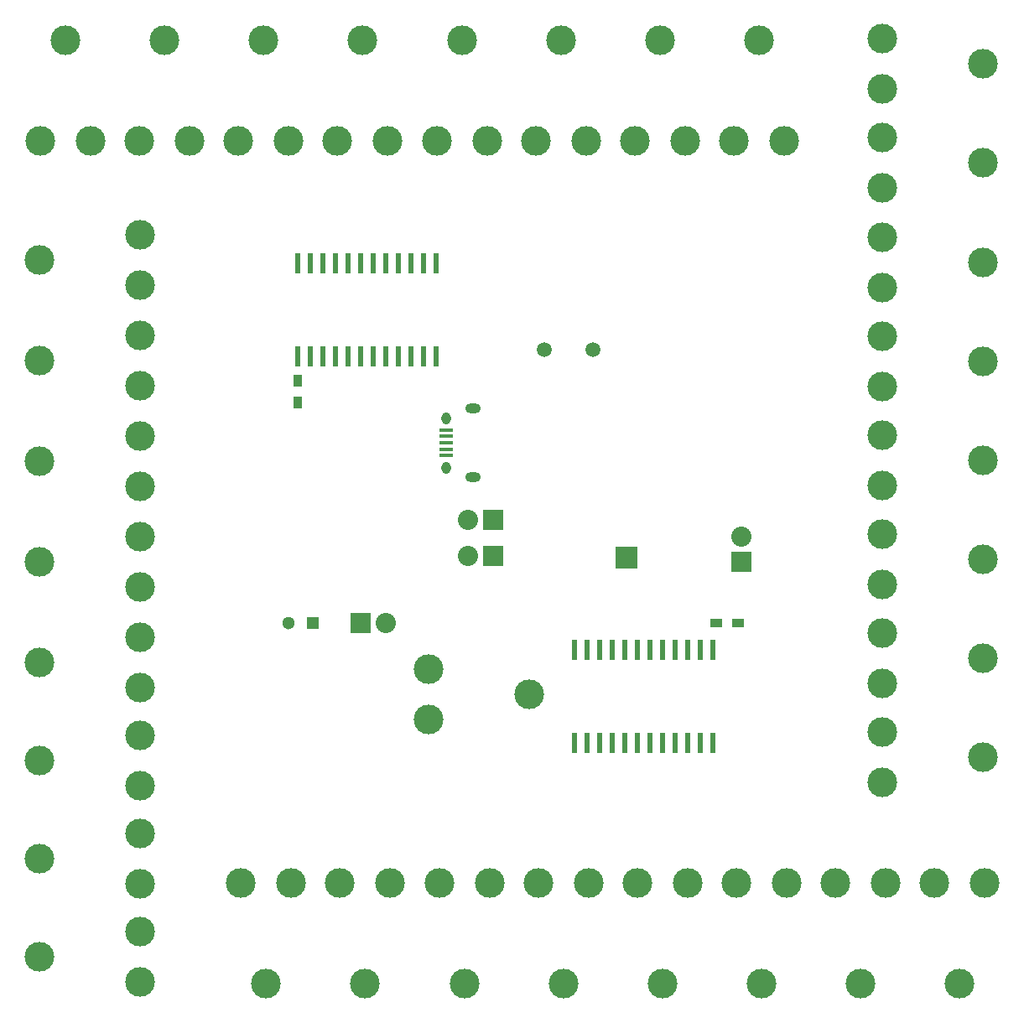
<source format=gbs>
G04 #@! TF.FileFunction,Soldermask,Bot*
%FSLAX46Y46*%
G04 Gerber Fmt 4.6, Leading zero omitted, Abs format (unit mm)*
G04 Created by KiCad (PCBNEW (2015-11-24 BZR 6329)-product) date Tue 26 Jan 2016 09:35:21 PM EST*
%MOMM*%
G01*
G04 APERTURE LIST*
%ADD10C,0.100000*%
%ADD11C,3.000000*%
%ADD12R,2.032000X2.032000*%
%ADD13O,2.032000X2.032000*%
%ADD14R,0.600000X2.000000*%
%ADD15C,1.300000*%
%ADD16R,1.300000X1.300000*%
%ADD17R,2.235200X2.235200*%
%ADD18R,1.350000X0.400000*%
%ADD19O,0.950000X1.250000*%
%ADD20O,1.550000X1.000000*%
%ADD21C,1.501140*%
%ADD22R,1.200000X0.900000*%
%ADD23R,0.900000X1.200000*%
G04 APERTURE END LIST*
D10*
D11*
X102504000Y-57084000D03*
X102504000Y-52004000D03*
X92344000Y-54544000D03*
X102504000Y-67244000D03*
X102504000Y-62164000D03*
X92344000Y-64704000D03*
X102504000Y-77404000D03*
X102504000Y-72324000D03*
X92344000Y-74864000D03*
X102504000Y-87564000D03*
X102504000Y-82484000D03*
X92344000Y-85024000D03*
X102504000Y-97724000D03*
X102504000Y-92644000D03*
X92344000Y-95184000D03*
X102504000Y-107630000D03*
X102504000Y-102550000D03*
X92344000Y-105090000D03*
X102504000Y-117536000D03*
X102504000Y-112456000D03*
X92344000Y-114996000D03*
X102504000Y-127442000D03*
X102504000Y-122362000D03*
X92344000Y-124902000D03*
X117790000Y-117460000D03*
X112710000Y-117460000D03*
X115250000Y-127620000D03*
X127790000Y-117460000D03*
X122710000Y-117460000D03*
X125250000Y-127620000D03*
X137790000Y-117460000D03*
X132710000Y-117460000D03*
X135250000Y-127620000D03*
X147790000Y-117460000D03*
X142710000Y-117460000D03*
X145250000Y-127620000D03*
X157790000Y-117460000D03*
X152710000Y-117460000D03*
X155250000Y-127620000D03*
X167790000Y-117460000D03*
X162710000Y-117460000D03*
X165250000Y-127620000D03*
X177790000Y-117460000D03*
X172710000Y-117460000D03*
X175250000Y-127620000D03*
X187790000Y-117460000D03*
X182710000Y-117460000D03*
X185250000Y-127620000D03*
X177460000Y-102210000D03*
X177460000Y-107290000D03*
X187620000Y-104750000D03*
X177460000Y-92210000D03*
X177460000Y-97290000D03*
X187620000Y-94750000D03*
X177460000Y-82210000D03*
X177460000Y-87290000D03*
X187620000Y-84750000D03*
X177460000Y-72210000D03*
X177460000Y-77290000D03*
X187620000Y-74750000D03*
X177460000Y-62210000D03*
X177460000Y-67290000D03*
X187620000Y-64750000D03*
X177460000Y-52210000D03*
X177460000Y-57290000D03*
X187620000Y-54750000D03*
X177460000Y-42210000D03*
X177460000Y-47290000D03*
X187620000Y-44750000D03*
X177460000Y-32210000D03*
X177460000Y-37290000D03*
X187620000Y-34750000D03*
X162460000Y-42540000D03*
X167540000Y-42540000D03*
X165000000Y-32380000D03*
X152460000Y-42540000D03*
X157540000Y-42540000D03*
X155000000Y-32380000D03*
D12*
X163200000Y-85000000D03*
D13*
X163200000Y-82460000D03*
D11*
X92460000Y-42540000D03*
X97540000Y-42540000D03*
X95000000Y-32380000D03*
X102460000Y-42540000D03*
X107540000Y-42540000D03*
X105000000Y-32380000D03*
X112460000Y-42540000D03*
X117540000Y-42540000D03*
X115000000Y-32380000D03*
X122460000Y-42540000D03*
X127540000Y-42540000D03*
X125000000Y-32380000D03*
X132460000Y-42540000D03*
X137540000Y-42540000D03*
X135000000Y-32380000D03*
X142460000Y-42540000D03*
X147540000Y-42540000D03*
X145000000Y-32380000D03*
D14*
X118415000Y-54900000D03*
X119685000Y-54900000D03*
X120955000Y-54900000D03*
X122225000Y-54900000D03*
X123495000Y-54900000D03*
X124765000Y-54900000D03*
X126035000Y-54900000D03*
X127305000Y-54900000D03*
X128575000Y-54900000D03*
X129845000Y-54900000D03*
X131115000Y-54900000D03*
X132385000Y-54900000D03*
X132385000Y-64300000D03*
X131115000Y-64300000D03*
X129845000Y-64300000D03*
X128575000Y-64300000D03*
X127305000Y-64300000D03*
X126035000Y-64300000D03*
X124765000Y-64300000D03*
X123495000Y-64300000D03*
X122225000Y-64300000D03*
X120955000Y-64300000D03*
X119685000Y-64300000D03*
X118415000Y-64300000D03*
X160385000Y-103300000D03*
X159115000Y-103300000D03*
X157845000Y-103300000D03*
X156575000Y-103300000D03*
X155305000Y-103300000D03*
X154035000Y-103300000D03*
X152765000Y-103300000D03*
X151495000Y-103300000D03*
X150225000Y-103300000D03*
X148955000Y-103300000D03*
X147685000Y-103300000D03*
X146415000Y-103300000D03*
X146415000Y-93900000D03*
X147685000Y-93900000D03*
X148955000Y-93900000D03*
X150225000Y-93900000D03*
X151495000Y-93900000D03*
X152765000Y-93900000D03*
X154035000Y-93900000D03*
X155305000Y-93900000D03*
X156575000Y-93900000D03*
X157845000Y-93900000D03*
X159115000Y-93900000D03*
X160385000Y-93900000D03*
D15*
X117500000Y-91200000D03*
D16*
X120000000Y-91200000D03*
D12*
X124800000Y-91200000D03*
D13*
X127340000Y-91200000D03*
D17*
X151600000Y-84600000D03*
D18*
X133437460Y-71699100D03*
X133437460Y-72349100D03*
X133437460Y-72999100D03*
X133437460Y-73649100D03*
X133437460Y-74299100D03*
D19*
X133437460Y-70499100D03*
X133437460Y-75499100D03*
D20*
X136137460Y-69499100D03*
X136137460Y-76499100D03*
D12*
X138200000Y-84400000D03*
D13*
X135660000Y-84400000D03*
D12*
X138200000Y-80800000D03*
D13*
X135660000Y-80800000D03*
D11*
X131660000Y-95860000D03*
X131660000Y-100940000D03*
X141820000Y-98400000D03*
D21*
X148240940Y-63600000D03*
X143359060Y-63600000D03*
D22*
X160700000Y-91200000D03*
X162900000Y-91200000D03*
D23*
X118400000Y-66700000D03*
X118400000Y-68900000D03*
M02*

</source>
